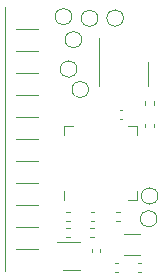
<source format=gto>
G04 #@! TF.GenerationSoftware,KiCad,Pcbnew,6.0.4-6f826c9f35~116~ubuntu20.04.1*
G04 #@! TF.CreationDate,2022-05-17T04:12:12-04:00*
G04 #@! TF.ProjectId,clonix-41-pcb,636c6f6e-6978-42d3-9431-2d7063622e6b,rev?*
G04 #@! TF.SameCoordinates,Original*
G04 #@! TF.FileFunction,Legend,Top*
G04 #@! TF.FilePolarity,Positive*
%FSLAX46Y46*%
G04 Gerber Fmt 4.6, Leading zero omitted, Abs format (unit mm)*
G04 Created by KiCad (PCBNEW 6.0.4-6f826c9f35~116~ubuntu20.04.1) date 2022-05-17 04:12:12*
%MOMM*%
%LPD*%
G01*
G04 APERTURE LIST*
%ADD10C,0.120000*%
G04 APERTURE END LIST*
D10*
G04 #@! TO.C,Y1*
X192669800Y-123582400D02*
X194019800Y-123582400D01*
X192669800Y-121832400D02*
X194019800Y-121832400D01*
G04 #@! TO.C,TP7*
X195518000Y-118618000D02*
G75*
G03*
X195518000Y-118618000I-700000J0D01*
G01*
G04 #@! TO.C,R4*
X189812959Y-121311400D02*
X190120241Y-121311400D01*
X189812959Y-122071400D02*
X190120241Y-122071400D01*
G04 #@! TO.C,C3*
X191916164Y-125023200D02*
X192131836Y-125023200D01*
X191916164Y-124303200D02*
X192131836Y-124303200D01*
G04 #@! TO.C,J1*
X185336000Y-115656000D02*
X183472000Y-115656000D01*
X185336000Y-106336000D02*
X183472000Y-106336000D01*
X185336000Y-104472000D02*
X183472000Y-104472000D01*
X185336000Y-123112000D02*
X183472000Y-123112000D01*
X185336000Y-110064000D02*
X183472000Y-110064000D01*
X185336000Y-113792000D02*
X183472000Y-113792000D01*
X185336000Y-108200000D02*
X183472000Y-108200000D01*
X185336000Y-121248000D02*
X183472000Y-121248000D01*
X185336000Y-117520000D02*
X183472000Y-117520000D01*
X185336000Y-111928000D02*
X183472000Y-111928000D01*
X185336000Y-119384000D02*
X183472000Y-119384000D01*
X182540000Y-124976000D02*
X182540000Y-102608000D01*
G04 #@! TO.C,TP3*
X189066400Y-105384600D02*
G75*
G03*
X189066400Y-105384600I-700000J0D01*
G01*
G04 #@! TO.C,R3*
X187780959Y-121311400D02*
X188088241Y-121311400D01*
X187780959Y-122071400D02*
X188088241Y-122071400D01*
G04 #@! TO.C,R6*
X188039441Y-119965200D02*
X187732159Y-119965200D01*
X188039441Y-120725200D02*
X187732159Y-120725200D01*
G04 #@! TO.C,U2*
X193762400Y-118934000D02*
X193012400Y-118934000D01*
X187542400Y-118184000D02*
X187542400Y-118934000D01*
X187542400Y-112714000D02*
X188292400Y-112714000D01*
X193762400Y-118184000D02*
X193762400Y-118934000D01*
X187542400Y-113464000D02*
X187542400Y-112714000D01*
X193762400Y-113464000D02*
X193762400Y-112714000D01*
X193762400Y-112714000D02*
X193012400Y-112714000D01*
G04 #@! TO.C,C2*
X194062236Y-124303200D02*
X193846564Y-124303200D01*
X194062236Y-125023200D02*
X193846564Y-125023200D01*
G04 #@! TO.C,R2*
X195198000Y-112495359D02*
X195198000Y-112802641D01*
X194438000Y-112495359D02*
X194438000Y-112802641D01*
G04 #@! TO.C,TP5*
X192597000Y-103555800D02*
G75*
G03*
X192597000Y-103555800I-700000J0D01*
G01*
G04 #@! TO.C,C1*
X189911400Y-123132964D02*
X189911400Y-123348636D01*
X190631400Y-123132964D02*
X190631400Y-123348636D01*
G04 #@! TO.C,U1*
X187514000Y-124858000D02*
X188914000Y-124858000D01*
X188914000Y-122538000D02*
X187014000Y-122538000D01*
G04 #@! TO.C,C5*
X189861364Y-120705200D02*
X190077036Y-120705200D01*
X189861364Y-119985200D02*
X190077036Y-119985200D01*
G04 #@! TO.C,TP4*
X188660000Y-107873800D02*
G75*
G03*
X188660000Y-107873800I-700000J0D01*
G01*
G04 #@! TO.C,C4*
X192512836Y-112094600D02*
X192297164Y-112094600D01*
X192512836Y-111374600D02*
X192297164Y-111374600D01*
G04 #@! TO.C,TP2*
X190438000Y-103581200D02*
G75*
G03*
X190438000Y-103581200I-700000J0D01*
G01*
G04 #@! TO.C,TP1*
X188228200Y-103428800D02*
G75*
G03*
X188228200Y-103428800I-700000J0D01*
G01*
G04 #@! TO.C,TP9*
X189650600Y-109601000D02*
G75*
G03*
X189650600Y-109601000I-700000J0D01*
G01*
G04 #@! TO.C,R1*
X194438000Y-110923041D02*
X194438000Y-110615759D01*
X195198000Y-110923041D02*
X195198000Y-110615759D01*
G04 #@! TO.C,R5*
X192281241Y-120725200D02*
X191973959Y-120725200D01*
X192281241Y-119965200D02*
X191973959Y-119965200D01*
G04 #@! TO.C,TP6*
X195441800Y-120548400D02*
G75*
G03*
X195441800Y-120548400I-700000J0D01*
G01*
G04 #@! TO.C,U3*
X190492000Y-105284600D02*
X190492000Y-109284600D01*
X194712000Y-107284600D02*
X194712000Y-109284600D01*
G04 #@! TD*
M02*

</source>
